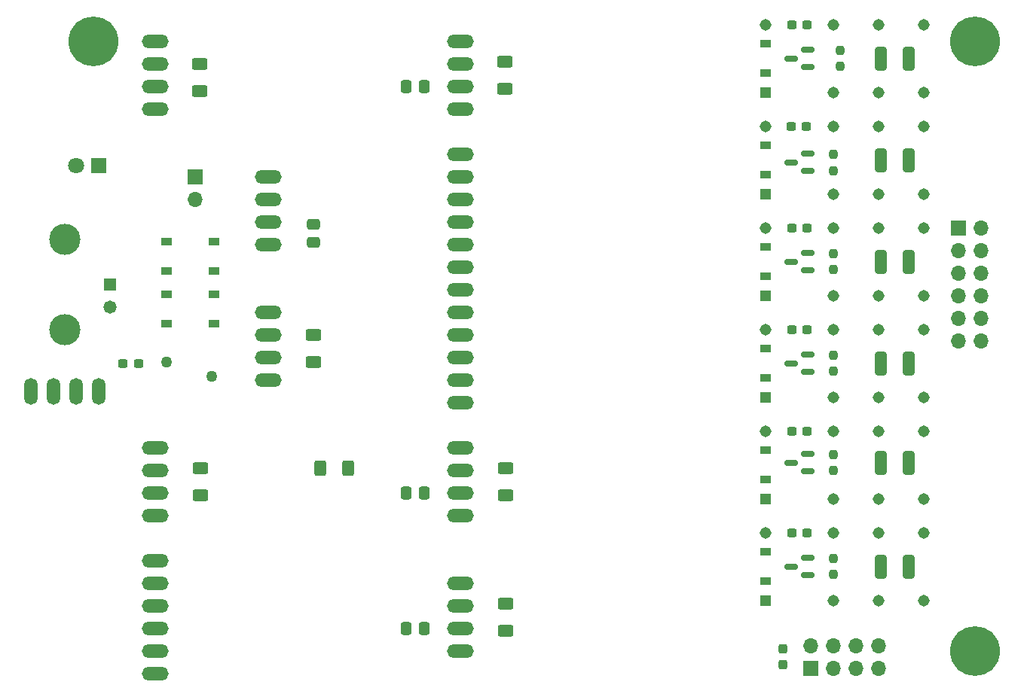
<source format=gbs>
G04 #@! TF.GenerationSoftware,KiCad,Pcbnew,6.0.9-8da3e8f707~116~ubuntu20.04.1*
G04 #@! TF.CreationDate,2023-03-27T15:32:41+02:00*
G04 #@! TF.ProjectId,six_to_six,7369785f-746f-45f7-9369-782e6b696361,rev?*
G04 #@! TF.SameCoordinates,Original*
G04 #@! TF.FileFunction,Soldermask,Bot*
G04 #@! TF.FilePolarity,Negative*
%FSLAX46Y46*%
G04 Gerber Fmt 4.6, Leading zero omitted, Abs format (unit mm)*
G04 Created by KiCad (PCBNEW 6.0.9-8da3e8f707~116~ubuntu20.04.1) date 2023-03-27 15:32:41*
%MOMM*%
%LPD*%
G01*
G04 APERTURE LIST*
G04 Aperture macros list*
%AMRoundRect*
0 Rectangle with rounded corners*
0 $1 Rounding radius*
0 $2 $3 $4 $5 $6 $7 $8 $9 X,Y pos of 4 corners*
0 Add a 4 corners polygon primitive as box body*
4,1,4,$2,$3,$4,$5,$6,$7,$8,$9,$2,$3,0*
0 Add four circle primitives for the rounded corners*
1,1,$1+$1,$2,$3*
1,1,$1+$1,$4,$5*
1,1,$1+$1,$6,$7*
1,1,$1+$1,$8,$9*
0 Add four rect primitives between the rounded corners*
20,1,$1+$1,$2,$3,$4,$5,0*
20,1,$1+$1,$4,$5,$6,$7,0*
20,1,$1+$1,$6,$7,$8,$9,0*
20,1,$1+$1,$8,$9,$2,$3,0*%
G04 Aperture macros list end*
%ADD10O,1.500000X3.000000*%
%ADD11R,1.700000X1.700000*%
%ADD12O,1.700000X1.700000*%
%ADD13R,1.308000X1.308000*%
%ADD14C,1.308000*%
%ADD15O,3.000000X1.500000*%
%ADD16C,5.600000*%
%ADD17R,1.800000X1.800000*%
%ADD18C,1.800000*%
%ADD19C,3.500000*%
%ADD20R,1.478000X1.478000*%
%ADD21C,1.478000*%
%ADD22C,1.270000*%
%ADD23RoundRect,0.237500X-0.300000X-0.237500X0.300000X-0.237500X0.300000X0.237500X-0.300000X0.237500X0*%
%ADD24R,1.200000X0.900000*%
%ADD25RoundRect,0.237500X0.300000X0.237500X-0.300000X0.237500X-0.300000X-0.237500X0.300000X-0.237500X0*%
%ADD26RoundRect,0.250000X-0.625000X0.400000X-0.625000X-0.400000X0.625000X-0.400000X0.625000X0.400000X0*%
%ADD27RoundRect,0.150000X0.587500X0.150000X-0.587500X0.150000X-0.587500X-0.150000X0.587500X-0.150000X0*%
%ADD28RoundRect,0.250000X0.400000X1.075000X-0.400000X1.075000X-0.400000X-1.075000X0.400000X-1.075000X0*%
%ADD29RoundRect,0.250000X0.337500X0.475000X-0.337500X0.475000X-0.337500X-0.475000X0.337500X-0.475000X0*%
%ADD30RoundRect,0.237500X0.237500X-0.250000X0.237500X0.250000X-0.237500X0.250000X-0.237500X-0.250000X0*%
%ADD31RoundRect,0.237500X-0.237500X0.300000X-0.237500X-0.300000X0.237500X-0.300000X0.237500X0.300000X0*%
%ADD32RoundRect,0.250000X-0.475000X0.337500X-0.475000X-0.337500X0.475000X-0.337500X0.475000X0.337500X0*%
%ADD33RoundRect,0.250000X0.400000X0.625000X-0.400000X0.625000X-0.400000X-0.625000X0.400000X-0.625000X0*%
G04 APERTURE END LIST*
D10*
X652780000Y-203200000D03*
X647700000Y-203200000D03*
X650240000Y-203200000D03*
X645160000Y-203200000D03*
D11*
X732790000Y-234315000D03*
D12*
X732790000Y-231775000D03*
X735330000Y-234315000D03*
X735330000Y-231775000D03*
X737870000Y-234315000D03*
X737870000Y-231775000D03*
X740410000Y-234315000D03*
X740410000Y-231775000D03*
D13*
X727710000Y-203835000D03*
D14*
X735330000Y-203835000D03*
X740410000Y-203835000D03*
X745490000Y-203835000D03*
X745490000Y-196215000D03*
X740410000Y-196215000D03*
X735330000Y-196215000D03*
X727710000Y-196215000D03*
D15*
X659130000Y-163830000D03*
X659130000Y-168910000D03*
X659130000Y-166370000D03*
X659130000Y-171450000D03*
D13*
X727710000Y-192405000D03*
D14*
X735330000Y-192405000D03*
X740410000Y-192405000D03*
X745490000Y-192405000D03*
X745490000Y-184785000D03*
X740410000Y-184785000D03*
X735330000Y-184785000D03*
X727710000Y-184785000D03*
D15*
X659130000Y-209550000D03*
X659130000Y-214630000D03*
X659130000Y-212090000D03*
X659130000Y-217170000D03*
D16*
X751205000Y-163830000D03*
D15*
X693420000Y-163830000D03*
X693420000Y-168910000D03*
X693420000Y-166370000D03*
X693420000Y-171450000D03*
D13*
X727710000Y-169545000D03*
D14*
X735330000Y-169545000D03*
X740410000Y-169545000D03*
X745490000Y-169545000D03*
X745490000Y-161925000D03*
X740410000Y-161925000D03*
X735330000Y-161925000D03*
X727710000Y-161925000D03*
D16*
X652145000Y-163830000D03*
D15*
X693420000Y-191770000D03*
X693420000Y-199390000D03*
X693420000Y-194310000D03*
X693420000Y-201930000D03*
X693420000Y-196850000D03*
X693420000Y-204470000D03*
X693420000Y-209550000D03*
X693420000Y-214630000D03*
X693420000Y-212090000D03*
X693420000Y-217170000D03*
D13*
X727710000Y-180975000D03*
D14*
X735330000Y-180975000D03*
X740410000Y-180975000D03*
X745490000Y-180975000D03*
X745490000Y-173355000D03*
X740410000Y-173355000D03*
X735330000Y-173355000D03*
X727710000Y-173355000D03*
D11*
X749365000Y-184785000D03*
D12*
X751905000Y-184785000D03*
X749365000Y-187325000D03*
X751905000Y-187325000D03*
X749365000Y-189865000D03*
X751905000Y-189865000D03*
X749365000Y-192405000D03*
X751905000Y-192405000D03*
X749365000Y-194945000D03*
X751905000Y-194945000D03*
X749365000Y-197485000D03*
X751905000Y-197485000D03*
D15*
X671830000Y-179070000D03*
X671830000Y-184150000D03*
X671830000Y-181610000D03*
X671830000Y-186690000D03*
D17*
X652780000Y-177800000D03*
D18*
X650240000Y-177800000D03*
D13*
X727710000Y-215265000D03*
D14*
X735330000Y-215265000D03*
X740410000Y-215265000D03*
X745490000Y-215265000D03*
X745490000Y-207645000D03*
X740410000Y-207645000D03*
X735330000Y-207645000D03*
X727710000Y-207645000D03*
D19*
X648970000Y-196215000D03*
X648970000Y-186055000D03*
D20*
X654050000Y-191135000D03*
D21*
X654050000Y-193675000D03*
D16*
X751205000Y-232410000D03*
D11*
X663575000Y-179070000D03*
D12*
X663575000Y-181610000D03*
D22*
X660390000Y-199860000D03*
X665490000Y-201460000D03*
D13*
X727710000Y-226695000D03*
D14*
X735330000Y-226695000D03*
X740410000Y-226695000D03*
X745490000Y-226695000D03*
X745490000Y-219075000D03*
X740410000Y-219075000D03*
X735330000Y-219075000D03*
X727710000Y-219075000D03*
D15*
X659130000Y-222250000D03*
X659130000Y-229870000D03*
X659130000Y-224790000D03*
X659130000Y-232410000D03*
X659130000Y-227330000D03*
X659130000Y-234950000D03*
X693420000Y-224790000D03*
X693420000Y-229870000D03*
X693420000Y-227330000D03*
X693420000Y-232410000D03*
X693420000Y-176530000D03*
X693420000Y-184150000D03*
X693420000Y-179070000D03*
X693420000Y-186690000D03*
X693420000Y-181610000D03*
X693420000Y-189230000D03*
X671830000Y-194310000D03*
X671830000Y-199390000D03*
X671830000Y-196850000D03*
X671830000Y-201930000D03*
D23*
X657225000Y-200025000D03*
X655500000Y-200025000D03*
D24*
X727710000Y-201675000D03*
X727710000Y-198375000D03*
X727710000Y-224535000D03*
X727710000Y-221235000D03*
D25*
X732382500Y-219075000D03*
X730657500Y-219075000D03*
D24*
X665734000Y-186309000D03*
X665734000Y-189609000D03*
D26*
X698500000Y-227050000D03*
X698500000Y-230150000D03*
X698500000Y-211810000D03*
X698500000Y-214910000D03*
X664083000Y-166344000D03*
X664083000Y-169444000D03*
D27*
X732457500Y-199075000D03*
X732457500Y-200975000D03*
X730582500Y-200025000D03*
D25*
X732382500Y-161925000D03*
X730657500Y-161925000D03*
D28*
X743738000Y-211201000D03*
X740638000Y-211201000D03*
D25*
X732382500Y-207645000D03*
X730657500Y-207645000D03*
D29*
X689377500Y-214630000D03*
X687302500Y-214630000D03*
D30*
X735330000Y-223797500D03*
X735330000Y-221972500D03*
D31*
X729615000Y-232182500D03*
X729615000Y-233907500D03*
D26*
X676910000Y-196824000D03*
X676910000Y-199924000D03*
D30*
X735330000Y-178354500D03*
X735330000Y-176529500D03*
D27*
X732457500Y-221935000D03*
X732457500Y-223835000D03*
X730582500Y-222885000D03*
D24*
X665734000Y-192278000D03*
X665734000Y-195578000D03*
D25*
X732382500Y-184785000D03*
X730657500Y-184785000D03*
D30*
X735330000Y-189507500D03*
X735330000Y-187682500D03*
D24*
X727710000Y-167385000D03*
X727710000Y-164085000D03*
D26*
X664210000Y-211810000D03*
X664210000Y-214910000D03*
D27*
X732457500Y-187645000D03*
X732457500Y-189545000D03*
X730582500Y-188595000D03*
X732457500Y-210251000D03*
X732457500Y-212151000D03*
X730582500Y-211201000D03*
D28*
X743738000Y-188595000D03*
X740638000Y-188595000D03*
D25*
X732282500Y-173355000D03*
X730557500Y-173355000D03*
D29*
X689356500Y-229870000D03*
X687281500Y-229870000D03*
D30*
X735330000Y-200937500D03*
X735330000Y-199112500D03*
D29*
X689356500Y-168910000D03*
X687281500Y-168910000D03*
D28*
X743738000Y-222885000D03*
X740638000Y-222885000D03*
D24*
X727710000Y-178815000D03*
X727710000Y-175515000D03*
X660400000Y-195578000D03*
X660400000Y-192278000D03*
D32*
X676910000Y-184382500D03*
X676910000Y-186457500D03*
D24*
X660400000Y-189610000D03*
X660400000Y-186310000D03*
D26*
X698373000Y-166090000D03*
X698373000Y-169190000D03*
D33*
X680746000Y-211836000D03*
X677646000Y-211836000D03*
D28*
X743738000Y-165735000D03*
X740638000Y-165735000D03*
X743738000Y-200025000D03*
X740638000Y-200025000D03*
D27*
X732457500Y-164785000D03*
X732457500Y-166685000D03*
X730582500Y-165735000D03*
D24*
X727710000Y-190245000D03*
X727710000Y-186945000D03*
X727710000Y-213105000D03*
X727710000Y-209805000D03*
D30*
X736092000Y-166647500D03*
X736092000Y-164822500D03*
X735330000Y-212113500D03*
X735330000Y-210288500D03*
D27*
X732457500Y-176469000D03*
X732457500Y-178369000D03*
X730582500Y-177419000D03*
D25*
X732382500Y-196215000D03*
X730657500Y-196215000D03*
D28*
X743738000Y-177165000D03*
X740638000Y-177165000D03*
M02*

</source>
